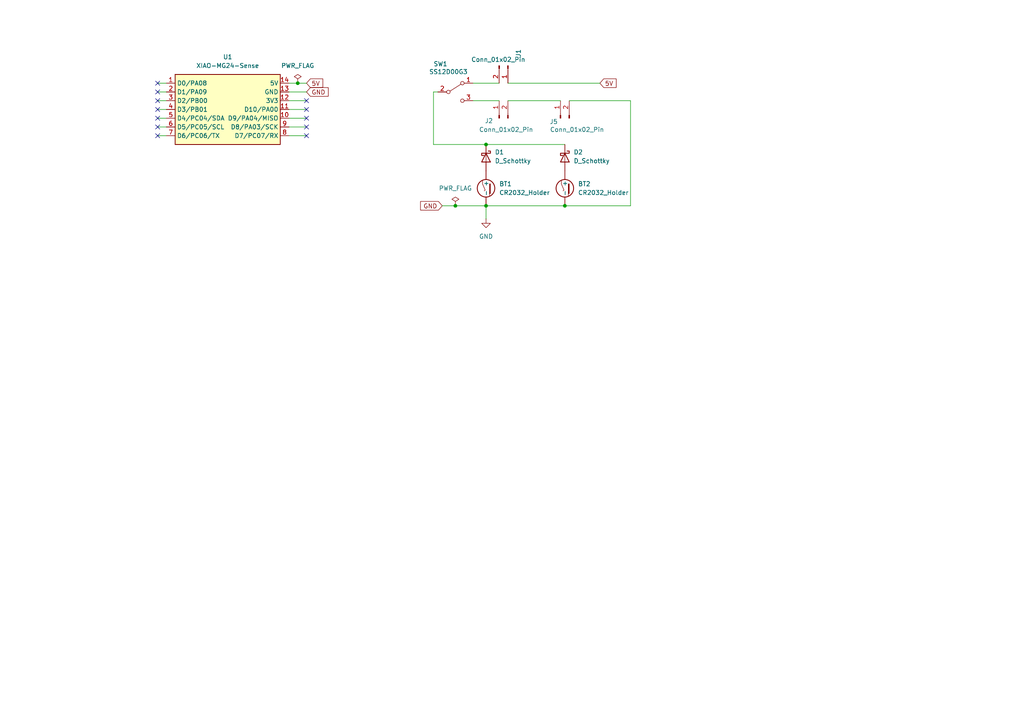
<source format=kicad_sch>
(kicad_sch
	(version 20250114)
	(generator "eeschema")
	(generator_version "9.0")
	(uuid "9ab561bf-7754-489b-b6e1-4fe35361b16e")
	(paper "A4")
	(lib_symbols
		(symbol "CR2032-Holder:CR2032_Holder"
			(pin_numbers
				(hide yes)
			)
			(pin_names
				(offset 0.254)
			)
			(exclude_from_sim no)
			(in_bom yes)
			(on_board yes)
			(property "Reference" "BT"
				(at -1.27 3.556 0)
				(effects
					(font
						(size 1.27 1.27)
					)
					(justify left)
				)
			)
			(property "Value" "CR2032_Holder"
				(at -4.826 -3.81 0)
				(effects
					(font
						(size 1.27 1.27)
					)
					(justify left)
				)
			)
			(property "Footprint" ""
				(at 0 0 0)
				(effects
					(font
						(size 1.27 1.27)
					)
					(hide yes)
				)
			)
			(property "Datasheet" "https://akizukidenshi.com/goodsaffix/CH25-2032LF.pdf"
				(at 16.764 -9.652 0)
				(effects
					(font
						(size 1.27 1.27)
					)
					(hide yes)
				)
			)
			(property "Description" "CR2032 Battery Holder, Akizuki 100706"
				(at 8.382 -6.858 0)
				(effects
					(font
						(size 1.27 1.27)
					)
					(hide yes)
				)
			)
			(property "ki_keywords" "battery holder CR2032 coin cell"
				(at 0 0 0)
				(effects
					(font
						(size 1.27 1.27)
					)
					(hide yes)
				)
			)
			(property "ki_fp_filters" "CR2032*"
				(at 0 0 0)
				(effects
					(font
						(size 1.27 1.27)
					)
					(hide yes)
				)
			)
			(symbol "CR2032_Holder_0_1"
				(polyline
					(pts
						(xy -2.159 -1.016) (xy -1.397 -1.016)
					)
					(stroke
						(width 0)
						(type default)
					)
					(fill
						(type none)
					)
				)
				(circle
					(center 0 0)
					(radius 2.54)
					(stroke
						(width 0.254)
						(type default)
					)
					(fill
						(type none)
					)
				)
				(rectangle
					(start 1.27 -1.016)
					(end -1.524 -1.27)
					(stroke
						(width 0)
						(type default)
					)
					(fill
						(type outline)
					)
				)
				(polyline
					(pts
						(xy 2.286 1.016) (xy 1.27 1.016) (xy -0.508 0.254) (xy -0.762 0.508)
					)
					(stroke
						(width 0)
						(type default)
					)
					(fill
						(type none)
					)
				)
			)
			(symbol "CR2032_Holder_1_1"
				(pin passive line
					(at -5.08 0 0)
					(length 2.54)
					(name "-"
						(effects
							(font
								(size 1.27 1.27)
							)
						)
					)
					(number "2"
						(effects
							(font
								(size 1.27 1.27)
							)
						)
					)
				)
				(pin passive line
					(at 5.08 0 180)
					(length 2.54)
					(name "+"
						(effects
							(font
								(size 1.27 1.27)
							)
						)
					)
					(number "1"
						(effects
							(font
								(size 1.27 1.27)
							)
						)
					)
				)
			)
			(embedded_fonts no)
		)
		(symbol "Connector:Conn_01x02_Pin"
			(pin_names
				(offset 1.016)
				(hide yes)
			)
			(exclude_from_sim no)
			(in_bom yes)
			(on_board yes)
			(property "Reference" "J"
				(at 0 2.54 0)
				(effects
					(font
						(size 1.27 1.27)
					)
				)
			)
			(property "Value" "Conn_01x02_Pin"
				(at 0 -5.08 0)
				(effects
					(font
						(size 1.27 1.27)
					)
				)
			)
			(property "Footprint" ""
				(at 0 0 0)
				(effects
					(font
						(size 1.27 1.27)
					)
					(hide yes)
				)
			)
			(property "Datasheet" "~"
				(at 0 0 0)
				(effects
					(font
						(size 1.27 1.27)
					)
					(hide yes)
				)
			)
			(property "Description" "Generic connector, single row, 01x02, script generated"
				(at 0 0 0)
				(effects
					(font
						(size 1.27 1.27)
					)
					(hide yes)
				)
			)
			(property "ki_locked" ""
				(at 0 0 0)
				(effects
					(font
						(size 1.27 1.27)
					)
				)
			)
			(property "ki_keywords" "connector"
				(at 0 0 0)
				(effects
					(font
						(size 1.27 1.27)
					)
					(hide yes)
				)
			)
			(property "ki_fp_filters" "Connector*:*_1x??_*"
				(at 0 0 0)
				(effects
					(font
						(size 1.27 1.27)
					)
					(hide yes)
				)
			)
			(symbol "Conn_01x02_Pin_1_1"
				(rectangle
					(start 0.8636 0.127)
					(end 0 -0.127)
					(stroke
						(width 0.1524)
						(type default)
					)
					(fill
						(type outline)
					)
				)
				(rectangle
					(start 0.8636 -2.413)
					(end 0 -2.667)
					(stroke
						(width 0.1524)
						(type default)
					)
					(fill
						(type outline)
					)
				)
				(polyline
					(pts
						(xy 1.27 0) (xy 0.8636 0)
					)
					(stroke
						(width 0.1524)
						(type default)
					)
					(fill
						(type none)
					)
				)
				(polyline
					(pts
						(xy 1.27 -2.54) (xy 0.8636 -2.54)
					)
					(stroke
						(width 0.1524)
						(type default)
					)
					(fill
						(type none)
					)
				)
				(pin passive line
					(at 5.08 0 180)
					(length 3.81)
					(name "Pin_1"
						(effects
							(font
								(size 1.27 1.27)
							)
						)
					)
					(number "1"
						(effects
							(font
								(size 1.27 1.27)
							)
						)
					)
				)
				(pin passive line
					(at 5.08 -2.54 180)
					(length 3.81)
					(name "Pin_2"
						(effects
							(font
								(size 1.27 1.27)
							)
						)
					)
					(number "2"
						(effects
							(font
								(size 1.27 1.27)
							)
						)
					)
				)
			)
			(embedded_fonts no)
		)
		(symbol "Device:D_Schottky"
			(pin_numbers
				(hide yes)
			)
			(pin_names
				(offset 1.016)
				(hide yes)
			)
			(exclude_from_sim no)
			(in_bom yes)
			(on_board yes)
			(property "Reference" "D"
				(at 0 2.54 0)
				(effects
					(font
						(size 1.27 1.27)
					)
				)
			)
			(property "Value" "D_Schottky"
				(at 0 -2.54 0)
				(effects
					(font
						(size 1.27 1.27)
					)
				)
			)
			(property "Footprint" ""
				(at 0 0 0)
				(effects
					(font
						(size 1.27 1.27)
					)
					(hide yes)
				)
			)
			(property "Datasheet" "~"
				(at 0 0 0)
				(effects
					(font
						(size 1.27 1.27)
					)
					(hide yes)
				)
			)
			(property "Description" "Schottky diode"
				(at 0 0 0)
				(effects
					(font
						(size 1.27 1.27)
					)
					(hide yes)
				)
			)
			(property "ki_keywords" "diode Schottky"
				(at 0 0 0)
				(effects
					(font
						(size 1.27 1.27)
					)
					(hide yes)
				)
			)
			(property "ki_fp_filters" "TO-???* *_Diode_* *SingleDiode* D_*"
				(at 0 0 0)
				(effects
					(font
						(size 1.27 1.27)
					)
					(hide yes)
				)
			)
			(symbol "D_Schottky_0_1"
				(polyline
					(pts
						(xy -1.905 0.635) (xy -1.905 1.27) (xy -1.27 1.27) (xy -1.27 -1.27) (xy -0.635 -1.27) (xy -0.635 -0.635)
					)
					(stroke
						(width 0.254)
						(type default)
					)
					(fill
						(type none)
					)
				)
				(polyline
					(pts
						(xy 1.27 1.27) (xy 1.27 -1.27) (xy -1.27 0) (xy 1.27 1.27)
					)
					(stroke
						(width 0.254)
						(type default)
					)
					(fill
						(type none)
					)
				)
				(polyline
					(pts
						(xy 1.27 0) (xy -1.27 0)
					)
					(stroke
						(width 0)
						(type default)
					)
					(fill
						(type none)
					)
				)
			)
			(symbol "D_Schottky_1_1"
				(pin passive line
					(at -3.81 0 0)
					(length 2.54)
					(name "K"
						(effects
							(font
								(size 1.27 1.27)
							)
						)
					)
					(number "1"
						(effects
							(font
								(size 1.27 1.27)
							)
						)
					)
				)
				(pin passive line
					(at 3.81 0 180)
					(length 2.54)
					(name "A"
						(effects
							(font
								(size 1.27 1.27)
							)
						)
					)
					(number "2"
						(effects
							(font
								(size 1.27 1.27)
							)
						)
					)
				)
			)
			(embedded_fonts no)
		)
		(symbol "SS12D00G3:SS12D00G3"
			(pin_names
				(offset 0)
				(hide yes)
			)
			(exclude_from_sim no)
			(in_bom yes)
			(on_board yes)
			(property "Reference" "SW"
				(at 0 5.08 0)
				(effects
					(font
						(size 1.27 1.27)
					)
				)
			)
			(property "Value" "SS12D00G3"
				(at 0 -5.08 0)
				(effects
					(font
						(size 1.27 1.27)
					)
				)
			)
			(property "Footprint" ""
				(at 0 0 0)
				(effects
					(font
						(size 1.27 1.27)
					)
					(hide yes)
				)
			)
			(property "Datasheet" "https://akizukidenshi.com/goodsaffix/AKIZUKI-SS-12D00G3.pdf"
				(at 0 0 0)
				(effects
					(font
						(size 1.27 1.27)
					)
					(hide yes)
				)
			)
			(property "Description" "SPDT Slide Switch SS12D00G3"
				(at 0 0 0)
				(effects
					(font
						(size 1.27 1.27)
					)
					(hide yes)
				)
			)
			(property "ki_keywords" "switch SPDT slide"
				(at 0 0 0)
				(effects
					(font
						(size 1.27 1.27)
					)
					(hide yes)
				)
			)
			(symbol "SS12D00G3_0_0"
				(circle
					(center -2.032 0)
					(radius 0.508)
					(stroke
						(width 0)
						(type default)
					)
					(fill
						(type none)
					)
				)
				(circle
					(center 2.032 2.54)
					(radius 0.508)
					(stroke
						(width 0)
						(type default)
					)
					(fill
						(type none)
					)
				)
			)
			(symbol "SS12D00G3_0_1"
				(polyline
					(pts
						(xy -1.524 0.254) (xy 1.651 2.286)
					)
					(stroke
						(width 0)
						(type default)
					)
					(fill
						(type none)
					)
				)
				(circle
					(center 2.032 -2.54)
					(radius 0.508)
					(stroke
						(width 0)
						(type default)
					)
					(fill
						(type none)
					)
				)
			)
			(symbol "SS12D00G3_1_1"
				(pin passive line
					(at -5.08 0 0)
					(length 2.54)
					(name "COM"
						(effects
							(font
								(size 1.27 1.27)
							)
						)
					)
					(number "2"
						(effects
							(font
								(size 1.27 1.27)
							)
						)
					)
				)
				(pin passive line
					(at 5.08 2.54 180)
					(length 2.54)
					(name "NO"
						(effects
							(font
								(size 1.27 1.27)
							)
						)
					)
					(number "1"
						(effects
							(font
								(size 1.27 1.27)
							)
						)
					)
				)
				(pin passive line
					(at 5.08 -2.54 180)
					(length 2.54)
					(name "NC"
						(effects
							(font
								(size 1.27 1.27)
							)
						)
					)
					(number "3"
						(effects
							(font
								(size 1.27 1.27)
							)
						)
					)
				)
			)
			(embedded_fonts no)
		)
		(symbol "XIAO-MG24-Sense:XIAO-MG24-Sense"
			(exclude_from_sim no)
			(in_bom yes)
			(on_board yes)
			(property "Reference" "U"
				(at 0 19.05 0)
				(effects
					(font
						(size 1.27 1.27)
					)
				)
			)
			(property "Value" "XIAO-MG24-Sense"
				(at 0 16.51 0)
				(effects
					(font
						(size 1.27 1.27)
					)
				)
			)
			(property "Footprint" "XIAO-MG24-Sense:XIAO-MG24-Sense"
				(at 0 -8.89 0)
				(effects
					(font
						(size 1.27 1.27)
					)
					(hide yes)
				)
			)
			(property "Datasheet" "https://wiki.seeedstudio.com/xiao_mg24_getting_started/"
				(at 0 -12.7 0)
				(effects
					(font
						(size 1.27 1.27)
					)
					(hide yes)
				)
			)
			(property "Description" ""
				(at 0 -24.13 0)
				(effects
					(font
						(size 1.27 1.27)
					)
					(hide yes)
				)
			)
			(property "Keywords" ""
				(at 0 -26.67 0)
				(effects
					(font
						(size 1.27 1.27)
					)
					(hide yes)
				)
			)
			(symbol "XIAO-MG24-Sense_0_1"
				(rectangle
					(start -15.24 15.24)
					(end 15.24 -5.08)
					(stroke
						(width 0.254)
						(type default)
					)
					(fill
						(type background)
					)
				)
			)
			(symbol "XIAO-MG24-Sense_1_1"
				(pin bidirectional line
					(at -17.78 12.7 0)
					(length 2.54)
					(name "D0/PA08"
						(effects
							(font
								(size 1.27 1.27)
							)
						)
					)
					(number "1"
						(effects
							(font
								(size 1.27 1.27)
							)
						)
					)
				)
				(pin bidirectional line
					(at -17.78 10.16 0)
					(length 2.54)
					(name "D1/PA09"
						(effects
							(font
								(size 1.27 1.27)
							)
						)
					)
					(number "2"
						(effects
							(font
								(size 1.27 1.27)
							)
						)
					)
				)
				(pin bidirectional line
					(at -17.78 7.62 0)
					(length 2.54)
					(name "D2/PB00"
						(effects
							(font
								(size 1.27 1.27)
							)
						)
					)
					(number "3"
						(effects
							(font
								(size 1.27 1.27)
							)
						)
					)
				)
				(pin bidirectional line
					(at -17.78 5.08 0)
					(length 2.54)
					(name "D3/PB01"
						(effects
							(font
								(size 1.27 1.27)
							)
						)
					)
					(number "4"
						(effects
							(font
								(size 1.27 1.27)
							)
						)
					)
				)
				(pin bidirectional line
					(at -17.78 2.54 0)
					(length 2.54)
					(name "D4/PC04/SDA"
						(effects
							(font
								(size 1.27 1.27)
							)
						)
					)
					(number "5"
						(effects
							(font
								(size 1.27 1.27)
							)
						)
					)
				)
				(pin bidirectional line
					(at -17.78 0 0)
					(length 2.54)
					(name "D5/PC05/SCL"
						(effects
							(font
								(size 1.27 1.27)
							)
						)
					)
					(number "6"
						(effects
							(font
								(size 1.27 1.27)
							)
						)
					)
				)
				(pin bidirectional line
					(at -17.78 -2.54 0)
					(length 2.54)
					(name "D6/PC06/TX"
						(effects
							(font
								(size 1.27 1.27)
							)
						)
					)
					(number "7"
						(effects
							(font
								(size 1.27 1.27)
							)
						)
					)
				)
				(pin power_in line
					(at 17.78 12.7 180)
					(length 2.54)
					(name "5V"
						(effects
							(font
								(size 1.27 1.27)
							)
						)
					)
					(number "14"
						(effects
							(font
								(size 1.27 1.27)
							)
						)
					)
				)
				(pin passive line
					(at 17.78 10.16 180)
					(length 2.54)
					(name "GND"
						(effects
							(font
								(size 1.27 1.27)
							)
						)
					)
					(number "13"
						(effects
							(font
								(size 1.27 1.27)
							)
						)
					)
				)
				(pin bidirectional line
					(at 17.78 7.62 180)
					(length 2.54)
					(name "3V3"
						(effects
							(font
								(size 1.27 1.27)
							)
						)
					)
					(number "12"
						(effects
							(font
								(size 1.27 1.27)
							)
						)
					)
				)
				(pin bidirectional line
					(at 17.78 5.08 180)
					(length 2.54)
					(name "D10/PA00"
						(effects
							(font
								(size 1.27 1.27)
							)
						)
					)
					(number "11"
						(effects
							(font
								(size 1.27 1.27)
							)
						)
					)
				)
				(pin bidirectional line
					(at 17.78 2.54 180)
					(length 2.54)
					(name "D9/PA04/MISO"
						(effects
							(font
								(size 1.27 1.27)
							)
						)
					)
					(number "10"
						(effects
							(font
								(size 1.27 1.27)
							)
						)
					)
				)
				(pin bidirectional line
					(at 17.78 0 180)
					(length 2.54)
					(name "D8/PA03/SCK"
						(effects
							(font
								(size 1.27 1.27)
							)
						)
					)
					(number "9"
						(effects
							(font
								(size 1.27 1.27)
							)
						)
					)
				)
				(pin bidirectional line
					(at 17.78 -2.54 180)
					(length 2.54)
					(name "D7/PC07/RX"
						(effects
							(font
								(size 1.27 1.27)
							)
						)
					)
					(number "8"
						(effects
							(font
								(size 1.27 1.27)
							)
						)
					)
				)
			)
			(embedded_fonts no)
		)
		(symbol "power:GND"
			(power)
			(pin_numbers
				(hide yes)
			)
			(pin_names
				(offset 0)
				(hide yes)
			)
			(exclude_from_sim no)
			(in_bom yes)
			(on_board yes)
			(property "Reference" "#PWR"
				(at 0 -6.35 0)
				(effects
					(font
						(size 1.27 1.27)
					)
					(hide yes)
				)
			)
			(property "Value" "GND"
				(at 0 -3.81 0)
				(effects
					(font
						(size 1.27 1.27)
					)
				)
			)
			(property "Footprint" ""
				(at 0 0 0)
				(effects
					(font
						(size 1.27 1.27)
					)
					(hide yes)
				)
			)
			(property "Datasheet" ""
				(at 0 0 0)
				(effects
					(font
						(size 1.27 1.27)
					)
					(hide yes)
				)
			)
			(property "Description" "Power symbol creates a global label with name \"GND\" , ground"
				(at 0 0 0)
				(effects
					(font
						(size 1.27 1.27)
					)
					(hide yes)
				)
			)
			(property "ki_keywords" "global power"
				(at 0 0 0)
				(effects
					(font
						(size 1.27 1.27)
					)
					(hide yes)
				)
			)
			(symbol "GND_0_1"
				(polyline
					(pts
						(xy 0 0) (xy 0 -1.27) (xy 1.27 -1.27) (xy 0 -2.54) (xy -1.27 -1.27) (xy 0 -1.27)
					)
					(stroke
						(width 0)
						(type default)
					)
					(fill
						(type none)
					)
				)
			)
			(symbol "GND_1_1"
				(pin power_in line
					(at 0 0 270)
					(length 0)
					(name "~"
						(effects
							(font
								(size 1.27 1.27)
							)
						)
					)
					(number "1"
						(effects
							(font
								(size 1.27 1.27)
							)
						)
					)
				)
			)
			(embedded_fonts no)
		)
		(symbol "power:PWR_FLAG"
			(power)
			(pin_numbers
				(hide yes)
			)
			(pin_names
				(offset 0)
				(hide yes)
			)
			(exclude_from_sim no)
			(in_bom yes)
			(on_board yes)
			(property "Reference" "#FLG"
				(at 0 1.905 0)
				(effects
					(font
						(size 1.27 1.27)
					)
					(hide yes)
				)
			)
			(property "Value" "PWR_FLAG"
				(at 0 3.81 0)
				(effects
					(font
						(size 1.27 1.27)
					)
				)
			)
			(property "Footprint" ""
				(at 0 0 0)
				(effects
					(font
						(size 1.27 1.27)
					)
					(hide yes)
				)
			)
			(property "Datasheet" "~"
				(at 0 0 0)
				(effects
					(font
						(size 1.27 1.27)
					)
					(hide yes)
				)
			)
			(property "Description" "Special symbol for telling ERC where power comes from"
				(at 0 0 0)
				(effects
					(font
						(size 1.27 1.27)
					)
					(hide yes)
				)
			)
			(property "ki_keywords" "flag power"
				(at 0 0 0)
				(effects
					(font
						(size 1.27 1.27)
					)
					(hide yes)
				)
			)
			(symbol "PWR_FLAG_0_0"
				(pin power_out line
					(at 0 0 90)
					(length 0)
					(name "~"
						(effects
							(font
								(size 1.27 1.27)
							)
						)
					)
					(number "1"
						(effects
							(font
								(size 1.27 1.27)
							)
						)
					)
				)
			)
			(symbol "PWR_FLAG_0_1"
				(polyline
					(pts
						(xy 0 0) (xy 0 1.27) (xy -1.016 1.905) (xy 0 2.54) (xy 1.016 1.905) (xy 0 1.27)
					)
					(stroke
						(width 0)
						(type default)
					)
					(fill
						(type none)
					)
				)
			)
			(embedded_fonts no)
		)
	)
	(junction
		(at 132.08 59.69)
		(diameter 0)
		(color 0 0 0 0)
		(uuid "222602f1-4849-4127-b95d-15fa1c9a80bb")
	)
	(junction
		(at 163.83 59.69)
		(diameter 0)
		(color 0 0 0 0)
		(uuid "5485da9c-dde0-4d66-b3c1-741c8722a25a")
	)
	(junction
		(at 140.97 41.91)
		(diameter 0)
		(color 0 0 0 0)
		(uuid "72073814-9ab1-4757-93e3-0083e6117220")
	)
	(junction
		(at 140.97 59.69)
		(diameter 0)
		(color 0 0 0 0)
		(uuid "b17566bc-6b2e-41d0-95e5-ad525281d15b")
	)
	(junction
		(at 86.36 24.13)
		(diameter 0)
		(color 0 0 0 0)
		(uuid "ffe1a836-a190-4469-ba64-fb2e1b11ef8b")
	)
	(no_connect
		(at 45.72 29.21)
		(uuid "022113f2-c6cc-4c45-8983-4141b885507c")
	)
	(no_connect
		(at 88.9 31.75)
		(uuid "04f0f932-11ce-443f-99e9-69a1715d5bfd")
	)
	(no_connect
		(at 45.72 36.83)
		(uuid "0502fe1f-12e3-402a-ad22-1105df8ff19f")
	)
	(no_connect
		(at 88.9 34.29)
		(uuid "129c49bc-925d-494f-a9e4-28de1bb5e9b6")
	)
	(no_connect
		(at 45.72 24.13)
		(uuid "1c1ead86-181d-406d-8ce7-63e8d8c9886c")
	)
	(no_connect
		(at 45.72 34.29)
		(uuid "32e9bf29-8b55-4980-88f9-214ca6af8625")
	)
	(no_connect
		(at 88.9 29.21)
		(uuid "38a1bea6-8559-41d7-8580-95fffc690215")
	)
	(no_connect
		(at 45.72 39.37)
		(uuid "40ab3246-dcf8-4278-9501-e19da6e73ef1")
	)
	(no_connect
		(at 45.72 26.67)
		(uuid "616a5d1f-9319-4b14-b20a-35962f7bfcda")
	)
	(no_connect
		(at 88.9 39.37)
		(uuid "a5e2f3ec-4afb-4eb6-a858-4e54047dca01")
	)
	(no_connect
		(at 88.9 36.83)
		(uuid "af91ace0-9640-4fa5-811f-be587d43281f")
	)
	(no_connect
		(at 45.72 31.75)
		(uuid "e815cc46-cfa5-45a0-944c-370c5557f052")
	)
	(wire
		(pts
			(xy 182.88 29.21) (xy 182.88 59.69)
		)
		(stroke
			(width 0)
			(type default)
		)
		(uuid "058698cb-648c-4e77-8980-12f4a4021df5")
	)
	(wire
		(pts
			(xy 45.72 29.21) (xy 48.26 29.21)
		)
		(stroke
			(width 0)
			(type default)
		)
		(uuid "062aeba5-8857-46c7-854d-52842536609e")
	)
	(wire
		(pts
			(xy 144.78 29.21) (xy 137.16 29.21)
		)
		(stroke
			(width 0)
			(type default)
		)
		(uuid "10ecb573-8488-4ab6-a462-4adb3c8fe290")
	)
	(wire
		(pts
			(xy 140.97 41.91) (xy 163.83 41.91)
		)
		(stroke
			(width 0)
			(type default)
		)
		(uuid "1d8a502f-1825-445d-88cf-1a56ff5190c8")
	)
	(wire
		(pts
			(xy 83.82 26.67) (xy 88.9 26.67)
		)
		(stroke
			(width 0)
			(type default)
		)
		(uuid "1eac97bb-08fc-4e03-b1aa-3f8e6f88e783")
	)
	(wire
		(pts
			(xy 140.97 59.69) (xy 140.97 63.5)
		)
		(stroke
			(width 0)
			(type default)
		)
		(uuid "22a41bac-1c07-4cf7-857d-8e5e2b6479a3")
	)
	(wire
		(pts
			(xy 83.82 24.13) (xy 86.36 24.13)
		)
		(stroke
			(width 0)
			(type default)
		)
		(uuid "241f4c74-5698-4bd8-bae8-2b4a1a3bc484")
	)
	(wire
		(pts
			(xy 128.27 59.69) (xy 132.08 59.69)
		)
		(stroke
			(width 0)
			(type default)
		)
		(uuid "2acff1f4-bf3b-4078-a8bc-bbdb1678dbad")
	)
	(wire
		(pts
			(xy 45.72 24.13) (xy 48.26 24.13)
		)
		(stroke
			(width 0)
			(type default)
		)
		(uuid "31b4ec18-5989-4d17-ae9a-df12acfd741b")
	)
	(wire
		(pts
			(xy 163.83 59.69) (xy 140.97 59.69)
		)
		(stroke
			(width 0)
			(type default)
		)
		(uuid "34ed777c-8e2f-46e5-9cef-b7a3f343aaff")
	)
	(wire
		(pts
			(xy 45.72 34.29) (xy 48.26 34.29)
		)
		(stroke
			(width 0)
			(type default)
		)
		(uuid "39c20290-4d72-4255-ae5a-d87227cf8a41")
	)
	(wire
		(pts
			(xy 147.32 29.21) (xy 162.56 29.21)
		)
		(stroke
			(width 0)
			(type default)
		)
		(uuid "477b27b6-dc99-409a-acb0-e897f1911264")
	)
	(wire
		(pts
			(xy 83.82 36.83) (xy 88.9 36.83)
		)
		(stroke
			(width 0)
			(type default)
		)
		(uuid "63e7eb5c-9a4b-4446-96d6-5dcb64ee778f")
	)
	(wire
		(pts
			(xy 132.08 59.69) (xy 140.97 59.69)
		)
		(stroke
			(width 0)
			(type default)
		)
		(uuid "771f2b0a-926a-49e0-baaf-9a872c2160af")
	)
	(wire
		(pts
			(xy 144.78 24.13) (xy 137.16 24.13)
		)
		(stroke
			(width 0)
			(type default)
		)
		(uuid "77247a28-5e92-4fe5-b0e4-f0f83b69d3ba")
	)
	(wire
		(pts
			(xy 45.72 39.37) (xy 48.26 39.37)
		)
		(stroke
			(width 0)
			(type default)
		)
		(uuid "777d9a6f-592a-4bbc-ab56-e48b2ff8359e")
	)
	(wire
		(pts
			(xy 83.82 34.29) (xy 88.9 34.29)
		)
		(stroke
			(width 0)
			(type default)
		)
		(uuid "7b1ec152-fc2f-411b-a310-adda9f851a28")
	)
	(wire
		(pts
			(xy 83.82 39.37) (xy 88.9 39.37)
		)
		(stroke
			(width 0)
			(type default)
		)
		(uuid "813728ef-6ee5-4fec-bdfb-f0af1395d750")
	)
	(wire
		(pts
			(xy 165.1 29.21) (xy 182.88 29.21)
		)
		(stroke
			(width 0)
			(type default)
		)
		(uuid "815c8a8f-570e-4fc7-a4e3-bb449d8ac6c6")
	)
	(wire
		(pts
			(xy 83.82 29.21) (xy 88.9 29.21)
		)
		(stroke
			(width 0)
			(type default)
		)
		(uuid "98985562-59ea-4e04-8fb7-9cdb51b1603a")
	)
	(wire
		(pts
			(xy 125.73 26.67) (xy 125.73 41.91)
		)
		(stroke
			(width 0)
			(type default)
		)
		(uuid "9e62eb36-5143-4ab8-97d2-c880ebde3d47")
	)
	(wire
		(pts
			(xy 45.72 26.67) (xy 48.26 26.67)
		)
		(stroke
			(width 0)
			(type default)
		)
		(uuid "a99c2fde-ff88-4777-ad3a-bad9549b63b4")
	)
	(wire
		(pts
			(xy 125.73 41.91) (xy 140.97 41.91)
		)
		(stroke
			(width 0)
			(type default)
		)
		(uuid "abebe6b6-05f0-42ef-be5f-cfd6af126c21")
	)
	(wire
		(pts
			(xy 45.72 31.75) (xy 48.26 31.75)
		)
		(stroke
			(width 0)
			(type default)
		)
		(uuid "b3709309-5d34-4070-a6ae-82c8a9f6cdb8")
	)
	(wire
		(pts
			(xy 86.36 24.13) (xy 88.9 24.13)
		)
		(stroke
			(width 0)
			(type default)
		)
		(uuid "ca6018bd-45e7-4c6a-b7ec-3ae15ead25d5")
	)
	(wire
		(pts
			(xy 83.82 31.75) (xy 88.9 31.75)
		)
		(stroke
			(width 0)
			(type default)
		)
		(uuid "d07f48ec-f230-499d-bc66-b7a297d3ff4e")
	)
	(wire
		(pts
			(xy 45.72 36.83) (xy 48.26 36.83)
		)
		(stroke
			(width 0)
			(type default)
		)
		(uuid "d3500399-ed3e-457e-9aad-a7515789514d")
	)
	(wire
		(pts
			(xy 147.32 24.13) (xy 173.99 24.13)
		)
		(stroke
			(width 0)
			(type default)
		)
		(uuid "d446aa62-429f-4427-925e-b73789ea3c6d")
	)
	(wire
		(pts
			(xy 127 26.67) (xy 125.73 26.67)
		)
		(stroke
			(width 0)
			(type default)
		)
		(uuid "e1bf4345-5435-4d64-8535-58c053c10d06")
	)
	(wire
		(pts
			(xy 182.88 59.69) (xy 163.83 59.69)
		)
		(stroke
			(width 0)
			(type default)
		)
		(uuid "ed7b1d6b-fe58-4e70-88e5-4a4ea3c1dc65")
	)
	(global_label "GND"
		(shape input)
		(at 128.27 59.69 180)
		(fields_autoplaced yes)
		(effects
			(font
				(size 1.27 1.27)
			)
			(justify right)
		)
		(uuid "964524d6-b704-4ee9-825a-5b7215674648")
		(property "Intersheetrefs" "${INTERSHEET_REFS}"
			(at 121.4143 59.69 0)
			(effects
				(font
					(size 1.27 1.27)
				)
				(justify right)
				(hide yes)
			)
		)
	)
	(global_label "GND"
		(shape input)
		(at 88.9 26.67 0)
		(fields_autoplaced yes)
		(effects
			(font
				(size 1.27 1.27)
			)
			(justify left)
		)
		(uuid "b35b0b52-5192-49ad-b964-f8d62b7378c1")
		(property "Intersheetrefs" "${INTERSHEET_REFS}"
			(at 95.7557 26.67 0)
			(effects
				(font
					(size 1.27 1.27)
				)
				(justify left)
				(hide yes)
			)
		)
	)
	(global_label "5V"
		(shape input)
		(at 173.99 24.13 0)
		(fields_autoplaced yes)
		(effects
			(font
				(size 1.27 1.27)
			)
			(justify left)
		)
		(uuid "b72c19fd-d1ef-4b3a-acb3-602efa97dff5")
		(property "Intersheetrefs" "${INTERSHEET_REFS}"
			(at 179.2733 24.13 0)
			(effects
				(font
					(size 1.27 1.27)
				)
				(justify left)
				(hide yes)
			)
		)
	)
	(global_label "5V"
		(shape input)
		(at 88.9 24.13 0)
		(fields_autoplaced yes)
		(effects
			(font
				(size 1.27 1.27)
			)
			(justify left)
		)
		(uuid "ebbda6ea-3e9a-459a-8fd8-4e4099ebb700")
		(property "Intersheetrefs" "${INTERSHEET_REFS}"
			(at 94.1833 24.13 0)
			(effects
				(font
					(size 1.27 1.27)
				)
				(justify left)
				(hide yes)
			)
		)
	)
	(symbol
		(lib_id "Connector:Conn_01x02_Pin")
		(at 144.78 34.29 90)
		(unit 1)
		(exclude_from_sim no)
		(in_bom yes)
		(on_board yes)
		(dnp no)
		(uuid "3250c595-4aae-4e70-ae51-531e43d71a1a")
		(property "Reference" "J2"
			(at 143.002 35.052 90)
			(effects
				(font
					(size 1.27 1.27)
				)
				(justify left)
			)
		)
		(property "Value" "Conn_01x02_Pin"
			(at 154.686 37.592 90)
			(effects
				(font
					(size 1.27 1.27)
				)
				(justify left)
			)
		)
		(property "Footprint" "Connector_PinHeader_2.54mm:PinHeader_1x02_P2.54mm_Horizontal"
			(at 144.78 34.29 0)
			(effects
				(font
					(size 1.27 1.27)
				)
				(hide yes)
			)
		)
		(property "Datasheet" "~"
			(at 144.78 34.29 0)
			(effects
				(font
					(size 1.27 1.27)
				)
				(hide yes)
			)
		)
		(property "Description" "Generic connector, single row, 01x02, script generated"
			(at 144.78 34.29 0)
			(effects
				(font
					(size 1.27 1.27)
				)
				(hide yes)
			)
		)
		(pin "2"
			(uuid "985fb493-ac6d-4183-b5fe-ca0b18a8a6b5")
		)
		(pin "1"
			(uuid "ab017dfe-3b02-402f-8fc2-7f8daff170a3")
		)
		(instances
			(project "XIAO-MG24-Sense-Battery"
				(path "/9ab561bf-7754-489b-b6e1-4fe35361b16e"
					(reference "J2")
					(unit 1)
				)
			)
		)
	)
	(symbol
		(lib_id "CR2032-Holder:CR2032_Holder")
		(at 163.83 54.61 90)
		(unit 1)
		(exclude_from_sim no)
		(in_bom yes)
		(on_board yes)
		(dnp no)
		(fields_autoplaced yes)
		(uuid "3aba2806-51fb-44b8-9508-c5c8a1653cc4")
		(property "Reference" "BT2"
			(at 167.64 53.3399 90)
			(effects
				(font
					(size 1.27 1.27)
				)
				(justify right)
			)
		)
		(property "Value" "CR2032_Holder"
			(at 167.64 55.8799 90)
			(effects
				(font
					(size 1.27 1.27)
				)
				(justify right)
			)
		)
		(property "Footprint" "CR2032-holder:CR2032-Holder"
			(at 163.83 54.61 0)
			(effects
				(font
					(size 1.27 1.27)
				)
				(hide yes)
			)
		)
		(property "Datasheet" "https://akizukidenshi.com/goodsaffix/CH25-2032LF.pdf"
			(at 173.482 37.846 0)
			(effects
				(font
					(size 1.27 1.27)
				)
				(hide yes)
			)
		)
		(property "Description" "CR2032 Battery Holder, Akizuki 100706"
			(at 170.688 46.228 0)
			(effects
				(font
					(size 1.27 1.27)
				)
				(hide yes)
			)
		)
		(pin "2"
			(uuid "872d20f2-c43c-4627-b8fd-0fdf671b37ea")
		)
		(pin "1"
			(uuid "659b9bb1-b15b-446d-926f-622b98082c00")
		)
		(instances
			(project "XIAO-MG24-Sense-Battery"
				(path "/9ab561bf-7754-489b-b6e1-4fe35361b16e"
					(reference "BT2")
					(unit 1)
				)
			)
		)
	)
	(symbol
		(lib_id "Device:D_Schottky")
		(at 140.97 45.72 270)
		(unit 1)
		(exclude_from_sim no)
		(in_bom yes)
		(on_board yes)
		(dnp no)
		(fields_autoplaced yes)
		(uuid "3cbd3cd6-2de5-400b-b55e-9236afdd17b3")
		(property "Reference" "D1"
			(at 143.51 44.1324 90)
			(effects
				(font
					(size 1.27 1.27)
				)
				(justify left)
			)
		)
		(property "Value" "D_Schottky"
			(at 143.51 46.6724 90)
			(effects
				(font
					(size 1.27 1.27)
				)
				(justify left)
			)
		)
		(property "Footprint" "Diode_THT:D_DO-41_SOD81_P7.62mm_Horizontal"
			(at 140.97 45.72 0)
			(effects
				(font
					(size 1.27 1.27)
				)
				(hide yes)
			)
		)
		(property "Datasheet" "~"
			(at 140.97 45.72 0)
			(effects
				(font
					(size 1.27 1.27)
				)
				(hide yes)
			)
		)
		(property "Description" "Schottky diode"
			(at 140.97 45.72 0)
			(effects
				(font
					(size 1.27 1.27)
				)
				(hide yes)
			)
		)
		(pin "2"
			(uuid "067a35de-d29f-48b2-ad26-f3260b9dfaf0")
		)
		(pin "1"
			(uuid "3eeebc6f-aa58-4f44-9e31-3d787383e911")
		)
		(instances
			(project ""
				(path "/9ab561bf-7754-489b-b6e1-4fe35361b16e"
					(reference "D1")
					(unit 1)
				)
			)
		)
	)
	(symbol
		(lib_id "SS12D00G3:SS12D00G3")
		(at 132.08 26.67 0)
		(unit 1)
		(exclude_from_sim no)
		(in_bom yes)
		(on_board yes)
		(dnp no)
		(uuid "3e42c4d0-ca2d-4072-b811-8abbce36be58")
		(property "Reference" "SW1"
			(at 127.762 18.542 0)
			(effects
				(font
					(size 1.27 1.27)
				)
			)
		)
		(property "Value" "SS12D00G3"
			(at 130.048 20.828 0)
			(effects
				(font
					(size 1.27 1.27)
				)
			)
		)
		(property "Footprint" "SS12D00G3:SS12D00G3"
			(at 132.08 26.67 0)
			(effects
				(font
					(size 1.27 1.27)
				)
				(hide yes)
			)
		)
		(property "Datasheet" "https://akizukidenshi.com/goodsaffix/AKIZUKI-SS-12D00G3.pdf"
			(at 132.08 26.67 0)
			(effects
				(font
					(size 1.27 1.27)
				)
				(hide yes)
			)
		)
		(property "Description" "SPDT Slide Switch SS12D00G3"
			(at 132.08 26.67 0)
			(effects
				(font
					(size 1.27 1.27)
				)
				(hide yes)
			)
		)
		(pin "3"
			(uuid "a681039d-68e5-43be-9d4f-a8632f12e509")
		)
		(pin "2"
			(uuid "893510b1-ba8a-44b9-84bb-2c2aade7caaf")
		)
		(pin "1"
			(uuid "1b401120-4d20-447e-9fa9-f8806fd6b6e3")
		)
		(instances
			(project ""
				(path "/9ab561bf-7754-489b-b6e1-4fe35361b16e"
					(reference "SW1")
					(unit 1)
				)
			)
		)
	)
	(symbol
		(lib_id "CR2032-Holder:CR2032_Holder")
		(at 140.97 54.61 90)
		(unit 1)
		(exclude_from_sim no)
		(in_bom yes)
		(on_board yes)
		(dnp no)
		(fields_autoplaced yes)
		(uuid "4cbe3e1b-d06e-4f49-82b6-9a19dcf6a065")
		(property "Reference" "BT1"
			(at 144.78 53.3399 90)
			(effects
				(font
					(size 1.27 1.27)
				)
				(justify right)
			)
		)
		(property "Value" "CR2032_Holder"
			(at 144.78 55.8799 90)
			(effects
				(font
					(size 1.27 1.27)
				)
				(justify right)
			)
		)
		(property "Footprint" "CR2032-holder:CR2032-Holder"
			(at 140.97 54.61 0)
			(effects
				(font
					(size 1.27 1.27)
				)
				(hide yes)
			)
		)
		(property "Datasheet" "https://akizukidenshi.com/goodsaffix/CH25-2032LF.pdf"
			(at 150.622 37.846 0)
			(effects
				(font
					(size 1.27 1.27)
				)
				(hide yes)
			)
		)
		(property "Description" "CR2032 Battery Holder, Akizuki 100706"
			(at 147.828 46.228 0)
			(effects
				(font
					(size 1.27 1.27)
				)
				(hide yes)
			)
		)
		(pin "2"
			(uuid "89fc08ab-6cae-4925-b334-3ccd1dcee3c3")
		)
		(pin "1"
			(uuid "74dfc781-4ce3-4f4d-b108-4831af53bf11")
		)
		(instances
			(project ""
				(path "/9ab561bf-7754-489b-b6e1-4fe35361b16e"
					(reference "BT1")
					(unit 1)
				)
			)
		)
	)
	(symbol
		(lib_id "XIAO-MG24-Sense:XIAO-MG24-Sense")
		(at 66.04 36.83 0)
		(unit 1)
		(exclude_from_sim no)
		(in_bom yes)
		(on_board yes)
		(dnp no)
		(fields_autoplaced yes)
		(uuid "7248ac46-7cff-41ec-9351-71eb50de302c")
		(property "Reference" "U1"
			(at 66.04 16.51 0)
			(effects
				(font
					(size 1.27 1.27)
				)
			)
		)
		(property "Value" "XIAO-MG24-Sense"
			(at 66.04 19.05 0)
			(effects
				(font
					(size 1.27 1.27)
				)
			)
		)
		(property "Footprint" "XIAO-MG24-Sense:XIAO-MG24-Sense_10pin"
			(at 66.04 45.72 0)
			(effects
				(font
					(size 1.27 1.27)
				)
				(hide yes)
			)
		)
		(property "Datasheet" "https://wiki.seeedstudio.com/xiao_mg24_getting_started/"
			(at 66.04 49.53 0)
			(effects
				(font
					(size 1.27 1.27)
				)
				(hide yes)
			)
		)
		(property "Description" ""
			(at 66.04 60.96 0)
			(effects
				(font
					(size 1.27 1.27)
				)
				(hide yes)
			)
		)
		(property "Keywords" ""
			(at 66.04 63.5 0)
			(effects
				(font
					(size 1.27 1.27)
				)
				(hide yes)
			)
		)
		(pin "1"
			(uuid "5715c27f-fa0d-4d7e-bf48-48c19685088c")
		)
		(pin "2"
			(uuid "f77b4863-2aa1-4668-9200-0496ff8c4ec9")
		)
		(pin "5"
			(uuid "bcddfbf5-4898-43fd-bf74-162131e8c614")
		)
		(pin "3"
			(uuid "1ef6958b-00c9-4a42-88f2-59f942de2a32")
		)
		(pin "4"
			(uuid "0b5f3a4b-e180-4f44-9902-ae4a241ac24f")
		)
		(pin "6"
			(uuid "6d70c45d-3435-4bfa-893b-20d35d460246")
		)
		(pin "8"
			(uuid "fcf9277e-b69a-4284-8737-ac72b0800516")
		)
		(pin "14"
			(uuid "be803c8d-5e9f-49aa-b221-e4eb51cbd52e")
		)
		(pin "7"
			(uuid "438f55f5-3f4c-4ca1-b341-ee4256239855")
		)
		(pin "13"
			(uuid "0bc16813-ec8d-4de8-bbd9-7a07c53be151")
		)
		(pin "10"
			(uuid "44dc4d02-b2b4-44ee-a218-eebff62c37d9")
		)
		(pin "12"
			(uuid "7bce8fa2-2e98-4615-a7c0-a4dcbf98559a")
		)
		(pin "9"
			(uuid "cd9c0c1e-1ca0-4ab0-bc28-31dfffaacb24")
		)
		(pin "11"
			(uuid "b08b23e3-5001-46b9-abfb-45291463cacd")
		)
		(instances
			(project ""
				(path "/9ab561bf-7754-489b-b6e1-4fe35361b16e"
					(reference "U1")
					(unit 1)
				)
			)
		)
	)
	(symbol
		(lib_id "Connector:Conn_01x02_Pin")
		(at 147.32 19.05 270)
		(unit 1)
		(exclude_from_sim no)
		(in_bom yes)
		(on_board yes)
		(dnp no)
		(uuid "9e8bd8e8-a8dc-47a7-8c14-63ec6ef2499f")
		(property "Reference" "J1"
			(at 150.368 14.224 0)
			(effects
				(font
					(size 1.27 1.27)
				)
				(justify left)
			)
		)
		(property "Value" "Conn_01x02_Pin"
			(at 136.652 17.272 90)
			(effects
				(font
					(size 1.27 1.27)
				)
				(justify left)
			)
		)
		(property "Footprint" "Connector_PinHeader_2.54mm:PinHeader_1x02_P2.54mm_Horizontal"
			(at 147.32 19.05 0)
			(effects
				(font
					(size 1.27 1.27)
				)
				(hide yes)
			)
		)
		(property "Datasheet" "~"
			(at 147.32 19.05 0)
			(effects
				(font
					(size 1.27 1.27)
				)
				(hide yes)
			)
		)
		(property "Description" "Generic connector, single row, 01x02, script generated"
			(at 147.32 19.05 0)
			(effects
				(font
					(size 1.27 1.27)
				)
				(hide yes)
			)
		)
		(pin "2"
			(uuid "08effbbf-1521-4172-9862-48860bacb43b")
		)
		(pin "1"
			(uuid "5d383c64-bfe9-4635-ac3a-bb07d60e276e")
		)
		(instances
			(project ""
				(path "/9ab561bf-7754-489b-b6e1-4fe35361b16e"
					(reference "J1")
					(unit 1)
				)
			)
		)
	)
	(symbol
		(lib_id "power:PWR_FLAG")
		(at 132.08 59.69 0)
		(unit 1)
		(exclude_from_sim no)
		(in_bom yes)
		(on_board yes)
		(dnp no)
		(fields_autoplaced yes)
		(uuid "afbb29dd-d700-4e03-a146-5132402be2eb")
		(property "Reference" "#FLG02"
			(at 132.08 57.785 0)
			(effects
				(font
					(size 1.27 1.27)
				)
				(hide yes)
			)
		)
		(property "Value" "PWR_FLAG"
			(at 132.08 54.61 0)
			(effects
				(font
					(size 1.27 1.27)
				)
			)
		)
		(property "Footprint" ""
			(at 132.08 59.69 0)
			(effects
				(font
					(size 1.27 1.27)
				)
				(hide yes)
			)
		)
		(property "Datasheet" "~"
			(at 132.08 59.69 0)
			(effects
				(font
					(size 1.27 1.27)
				)
				(hide yes)
			)
		)
		(property "Description" "Special symbol for telling ERC where power comes from"
			(at 132.08 59.69 0)
			(effects
				(font
					(size 1.27 1.27)
				)
				(hide yes)
			)
		)
		(pin "1"
			(uuid "c56e57ee-7751-425f-93de-a72b2fb227cb")
		)
		(instances
			(project "XIAO-MG24-Sense-Battery"
				(path "/9ab561bf-7754-489b-b6e1-4fe35361b16e"
					(reference "#FLG02")
					(unit 1)
				)
			)
		)
	)
	(symbol
		(lib_id "Device:D_Schottky")
		(at 163.83 45.72 270)
		(unit 1)
		(exclude_from_sim no)
		(in_bom yes)
		(on_board yes)
		(dnp no)
		(fields_autoplaced yes)
		(uuid "d16ff07a-ac98-44b5-a8c3-753e425e6c7e")
		(property "Reference" "D2"
			(at 166.37 44.1324 90)
			(effects
				(font
					(size 1.27 1.27)
				)
				(justify left)
			)
		)
		(property "Value" "D_Schottky"
			(at 166.37 46.6724 90)
			(effects
				(font
					(size 1.27 1.27)
				)
				(justify left)
			)
		)
		(property "Footprint" "Diode_THT:D_DO-41_SOD81_P7.62mm_Horizontal"
			(at 163.83 45.72 0)
			(effects
				(font
					(size 1.27 1.27)
				)
				(hide yes)
			)
		)
		(property "Datasheet" "~"
			(at 163.83 45.72 0)
			(effects
				(font
					(size 1.27 1.27)
				)
				(hide yes)
			)
		)
		(property "Description" "Schottky diode"
			(at 163.83 45.72 0)
			(effects
				(font
					(size 1.27 1.27)
				)
				(hide yes)
			)
		)
		(pin "2"
			(uuid "49700b18-86af-46a0-b76d-d9db3a41ad28")
		)
		(pin "1"
			(uuid "1d17c302-d785-4a33-a965-770fc1f90649")
		)
		(instances
			(project "XIAO-MG24-Sense-Battery"
				(path "/9ab561bf-7754-489b-b6e1-4fe35361b16e"
					(reference "D2")
					(unit 1)
				)
			)
		)
	)
	(symbol
		(lib_id "power:PWR_FLAG")
		(at 86.36 24.13 0)
		(unit 1)
		(exclude_from_sim no)
		(in_bom yes)
		(on_board yes)
		(dnp no)
		(fields_autoplaced yes)
		(uuid "db586287-3fdc-497c-a2d0-66a654e88207")
		(property "Reference" "#FLG01"
			(at 86.36 22.225 0)
			(effects
				(font
					(size 1.27 1.27)
				)
				(hide yes)
			)
		)
		(property "Value" "PWR_FLAG"
			(at 86.36 19.05 0)
			(effects
				(font
					(size 1.27 1.27)
				)
			)
		)
		(property "Footprint" ""
			(at 86.36 24.13 0)
			(effects
				(font
					(size 1.27 1.27)
				)
				(hide yes)
			)
		)
		(property "Datasheet" "~"
			(at 86.36 24.13 0)
			(effects
				(font
					(size 1.27 1.27)
				)
				(hide yes)
			)
		)
		(property "Description" "Special symbol for telling ERC where power comes from"
			(at 86.36 24.13 0)
			(effects
				(font
					(size 1.27 1.27)
				)
				(hide yes)
			)
		)
		(pin "1"
			(uuid "edea36c7-cf07-4889-8ae8-c7899f49df98")
		)
		(instances
			(project ""
				(path "/9ab561bf-7754-489b-b6e1-4fe35361b16e"
					(reference "#FLG01")
					(unit 1)
				)
			)
		)
	)
	(symbol
		(lib_id "Connector:Conn_01x02_Pin")
		(at 162.56 34.29 90)
		(unit 1)
		(exclude_from_sim no)
		(in_bom yes)
		(on_board yes)
		(dnp no)
		(uuid "e072c466-5942-4df6-b668-9c1f244947f1")
		(property "Reference" "J5"
			(at 161.798 35.306 90)
			(effects
				(font
					(size 1.27 1.27)
				)
				(justify left)
			)
		)
		(property "Value" "Conn_01x02_Pin"
			(at 175.26 37.592 90)
			(effects
				(font
					(size 1.27 1.27)
				)
				(justify left)
			)
		)
		(property "Footprint" "Connector_PinHeader_2.54mm:PinHeader_1x02_P2.54mm_Horizontal"
			(at 162.56 34.29 0)
			(effects
				(font
					(size 1.27 1.27)
				)
				(hide yes)
			)
		)
		(property "Datasheet" "~"
			(at 162.56 34.29 0)
			(effects
				(font
					(size 1.27 1.27)
				)
				(hide yes)
			)
		)
		(property "Description" "Generic connector, single row, 01x02, script generated"
			(at 162.56 34.29 0)
			(effects
				(font
					(size 1.27 1.27)
				)
				(hide yes)
			)
		)
		(pin "1"
			(uuid "90deb832-2ccd-4cba-bfb6-ff60de8619d9")
		)
		(pin "2"
			(uuid "e29f679b-5044-4a25-8f68-290bbe415ecd")
		)
		(instances
			(project ""
				(path "/9ab561bf-7754-489b-b6e1-4fe35361b16e"
					(reference "J5")
					(unit 1)
				)
			)
		)
	)
	(symbol
		(lib_id "power:GND")
		(at 140.97 63.5 0)
		(unit 1)
		(exclude_from_sim no)
		(in_bom yes)
		(on_board yes)
		(dnp no)
		(fields_autoplaced yes)
		(uuid "f944bb03-5cc8-4fc9-8c8e-38d740019043")
		(property "Reference" "#PWR01"
			(at 140.97 69.85 0)
			(effects
				(font
					(size 1.27 1.27)
				)
				(hide yes)
			)
		)
		(property "Value" "GND"
			(at 140.97 68.58 0)
			(effects
				(font
					(size 1.27 1.27)
				)
			)
		)
		(property "Footprint" ""
			(at 140.97 63.5 0)
			(effects
				(font
					(size 1.27 1.27)
				)
				(hide yes)
			)
		)
		(property "Datasheet" ""
			(at 140.97 63.5 0)
			(effects
				(font
					(size 1.27 1.27)
				)
				(hide yes)
			)
		)
		(property "Description" "Power symbol creates a global label with name \"GND\" , ground"
			(at 140.97 63.5 0)
			(effects
				(font
					(size 1.27 1.27)
				)
				(hide yes)
			)
		)
		(pin "1"
			(uuid "74a2a246-e9af-49a4-b872-aac0dad34824")
		)
		(instances
			(project ""
				(path "/9ab561bf-7754-489b-b6e1-4fe35361b16e"
					(reference "#PWR01")
					(unit 1)
				)
			)
		)
	)
	(sheet_instances
		(path "/"
			(page "1")
		)
	)
	(embedded_fonts no)
)

</source>
